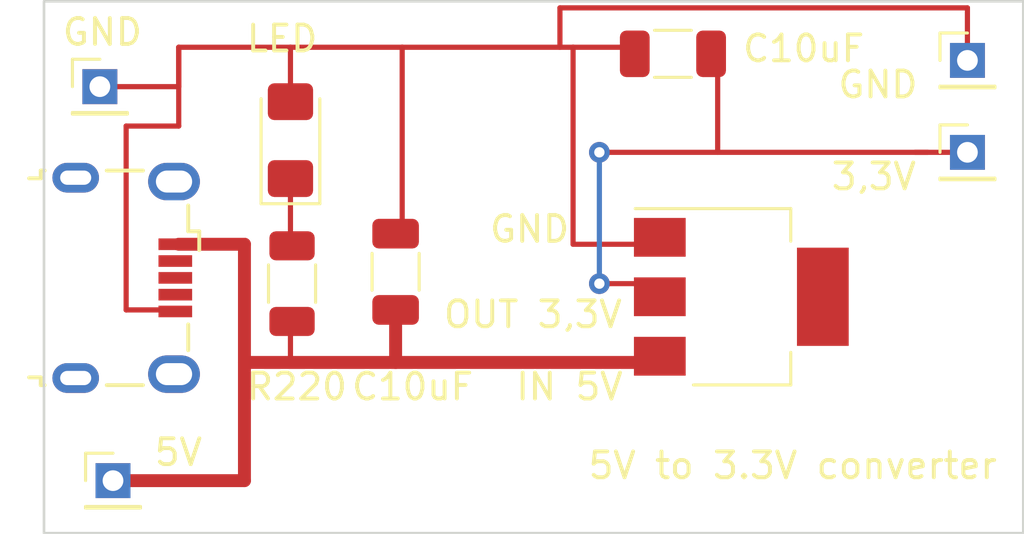
<source format=kicad_pcb>
(kicad_pcb (version 20221018) (generator pcbnew)
  (layers (0 "F.Cu" signal) (31 "B.Cu" signal) (34 "B.Paste" user) (35 "F.Paste" user) (36 "B.SilkS" user "B.Silkscreen") (37 "F.SilkS" user "F.Silkscreen") (38 "B.Mask" user) (39 "F.Mask" user) (44 "Edge.Cuts" user))
  (net 0 "")
  (net 1 "Net-(J2-VBUS)")
  (net 5 "Net-(J2-GND)")
  (net 7 "Net-(J6-Pin_1)")
  (net 8 "Net-(D1-K)")
  (net 9 "Net-(D1-A)")
  (footprint "Connector_USB:USB_Micro-B_Wuerth_629105150521" (layer "F.Cu") (at 148.336 60.736 -90)
    (fp_text reference "J2" hide)
    (fp_text value "USB_B_Micro" hide)
    (fp_line (start -4.15 -0.65) (end -4.15 0.75) (stroke (width 0.15)) (layer "F.SilkS"))
    (fp_line (start -4.15 3.15) (end -4.15 3.3) (stroke (width 0.15)) (layer "F.SilkS"))
    (fp_line (start -4.15 3.3) (end -3.85 3.3) (stroke (width 0.15)) (layer "F.SilkS"))
    (fp_line (start -3.85 3.3) (end -3.85 3.75) (stroke (width 0.15)) (layer "F.SilkS"))
    (fp_line (start -1.8 -2.825) (end -1.8 -2.4) (stroke (width 0.15)) (layer "F.SilkS"))
    (fp_line (start -1.8 -2.4) (end -2.8 -2.4) (stroke (width 0.15)) (layer "F.SilkS"))
    (fp_line (start -1.075 -2.825) (end -1.8 -2.825) (stroke (width 0.15)) (layer "F.SilkS"))
    (fp_line (start 1.8 -2.4) (end 2.8 -2.4) (stroke (width 0.15)) (layer "F.SilkS"))
    (fp_line (start 3.85 3.3) (end 4.15 3.3) (stroke (width 0.15)) (layer "F.SilkS"))
    (fp_line (start 3.85 3.75) (end 3.85 3.3) (stroke (width 0.15)) (layer "F.SilkS"))
    (fp_line (start 4.15 0.75) (end 4.15 -0.65) (stroke (width 0.15)) (layer "F.SilkS"))
    (fp_line (start 4.15 3.3) (end 4.15 3.15) (stroke (width 0.15)) (layer "F.SilkS"))
    (pad "" np_thru_hole oval (at -2.5 -0.8 270) (size 0.8 0.8) (drill 0.8) (layers "*.Cu" "*.Mask"))
    (pad "" np_thru_hole oval (at 2.5 -0.8 270) (size 0.8 0.8) (drill 0.8) (layers "*.Cu" "*.Mask"))
    (pad "1" smd rect (at -1.3 -1.9 270) (size 0.45 1.3) (layers "F.Cu" "F.Paste" "F.Mask") (net 1 "Net-(J2-VBUS)"))
    (pad "2" smd rect (at -0.65 -1.9 270) (size 0.45 1.3) (layers "F.Cu" "F.Paste" "F.Mask"))
    (pad "3" smd rect (at 0 -1.9 270) (size 0.45 1.3) (layers "F.Cu" "F.Paste" "F.Mask"))
    (pad "4" smd rect (at 0.65 -1.9 270) (size 0.45 1.3) (layers "F.Cu" "F.Paste" "F.Mask"))
    (pad "5" smd rect (at 1.3 -1.9 270) (size 0.45 1.3) (layers "F.Cu" "F.Paste" "F.Mask"))
    (pad "6" thru_hole oval (at -3.875 1.95 270) (size 1.15 1.8) (drill oval 0.55 1.2) (layers "*.Cu" "*.Mask"))
    (pad "6" thru_hole oval (at -3.725 -1.85 270) (size 1.45 2) (drill oval 0.85 1.4) (layers "*.Cu" "*.Mask"))
    (pad "6" thru_hole oval (at 3.725 -1.85 270) (size 1.45 2) (drill oval 0.85 1.4) (layers "*.Cu" "*.Mask"))
    (pad "6" thru_hole oval (at 3.875 1.95 270) (size 1.15 1.8) (drill oval 0.55 1.2) (layers "*.Cu" "*.Mask"))
  )
  (footprint "Package_TO_SOT_SMD:SOT-223-3_TabPin2" (layer "F.Cu") (at 172.11 61.468)
    (fp_text reference "U2" hide)
    (fp_text value "AP1117-33" hide)
    (fp_line (start -4.1 -3.41) (end 1.91 -3.41) (stroke (width 0.12)) (layer "F.SilkS"))
    (fp_line (start -1.85 3.41) (end 1.91 3.41) (stroke (width 0.12)) (layer "F.SilkS"))
    (fp_line (start 1.91 -3.41) (end 1.91 -2.15) (stroke (width 0.12)) (layer "F.SilkS"))
    (fp_line (start 1.91 3.41) (end 1.91 2.15) (stroke (width 0.12)) (layer "F.SilkS"))
    (pad "1" smd rect (at -3.15 -2.3) (size 2 1.5) (layers "F.Cu" "F.Paste" "F.Mask") (net 8 "Net-(D1-K)"))
    (pad "2" smd rect (at -3.15 0) (size 2 1.5) (layers "F.Cu" "F.Paste" "F.Mask") (net 7 "Net-(J6-Pin_1)"))
    (pad "2" smd rect (at 3.15 0) (size 2 3.8) (layers "F.Cu" "F.Paste" "F.Mask") (net 7 "Net-(J6-Pin_1)"))
    (pad "3" smd rect (at -3.15 2.3) (size 2 1.5) (layers "F.Cu" "F.Paste" "F.Mask") (net 1 "Net-(J2-VBUS)"))
  )
  (footprint "Connector_PinHeader_2.00mm:PinHeader_1x01_P2.00mm_Vertical" (layer "F.Cu") (at 180.848 52.324)
    (fp_text reference "J5" hide)
    (fp_text value "Conn_01x01_Pin" hide)
    (fp_line (start -1.06 -1.06) (end 0 -1.06) (stroke (width 0.12)) (layer "F.SilkS"))
    (fp_line (start -1.06 0) (end -1.06 -1.06) (stroke (width 0.12)) (layer "F.SilkS"))
    (fp_line (start -1.06 1) (end -1.06 1.06) (stroke (width 0.12)) (layer "F.SilkS"))
    (fp_line (start -1.06 1) (end 1.06 1) (stroke (width 0.12)) (layer "F.SilkS"))
    (fp_line (start -1.06 1.06) (end 1.06 1.06) (stroke (width 0.12)) (layer "F.SilkS"))
    (fp_line (start 1.06 1) (end 1.06 1.06) (stroke (width 0.12)) (layer "F.SilkS"))
    (pad "1" thru_hole rect (at 0 0) (size 1.35 1.35) (drill 0.8) (layers "*.Cu" "*.Mask"))
  )
  (footprint "Connector_PinHeader_2.00mm:PinHeader_1x01_P2.00mm_Vertical" (layer "F.Cu") (at 147.32 53.34)
    (fp_text reference "J3" hide)
    (fp_text value "Conn_01x01_Pin" hide)
    (fp_line (start -1.06 -1.06) (end 0 -1.06) (stroke (width 0.12)) (layer "F.SilkS"))
    (fp_line (start -1.06 0) (end -1.06 -1.06) (stroke (width 0.12)) (layer "F.SilkS"))
    (fp_line (start -1.06 1) (end -1.06 1.06) (stroke (width 0.12)) (layer "F.SilkS"))
    (fp_line (start -1.06 1) (end 1.06 1) (stroke (width 0.12)) (layer "F.SilkS"))
    (fp_line (start -1.06 1.06) (end 1.06 1.06) (stroke (width 0.12)) (layer "F.SilkS"))
    (fp_line (start 1.06 1) (end 1.06 1.06) (stroke (width 0.12)) (layer "F.SilkS"))
    (pad "1" thru_hole rect (at 0 0) (size 1.35 1.35) (drill 0.8) (layers "*.Cu" "*.Mask") (net 1 "Net-(J2-VBUS)"))
  )
  (footprint "LED_SMD:LED_1206_3216Metric_Pad1.42x1.75mm_HandSolder" (layer "F.Cu") (at 154.686 55.4085 90)
    (fp_text reference "D1" hide)
    (fp_text value "LED" hide)
    (fp_line (start -2.46 -1.135) (end -2.46 1.135) (stroke (width 0.12)) (layer "F.SilkS"))
    (fp_line (start -2.46 1.135) (end 1.6 1.135) (stroke (width 0.12)) (layer "F.SilkS"))
    (fp_line (start 1.6 -1.135) (end -2.46 -1.135) (stroke (width 0.12)) (layer "F.SilkS"))
    (pad "1" smd roundrect (at -1.4875 0 90) (size 1.425 1.75) (layers "F.Cu" "F.Paste" "F.Mask") (roundrect_rratio 0.1754392982) (net 8 "Net-(D1-K)"))
    (pad "2" smd roundrect (at 1.4875 0 90) (size 1.425 1.75) (layers "F.Cu" "F.Paste" "F.Mask") (roundrect_rratio 0.1754392982) (net 9 "Net-(D1-A)"))
  )
  (footprint "Capacitor_SMD:C_1206_3216Metric" (layer "F.Cu") (at 158.75 60.501 90)
    (fp_text reference "C2" hide)
    (fp_text value "C_Small" hide)
    (fp_line (start -0.711252 -0.91) (end 0.711252 -0.91) (stroke (width 0.12)) (layer "F.SilkS"))
    (fp_line (start -0.711252 0.91) (end 0.711252 0.91) (stroke (width 0.12)) (layer "F.SilkS"))
    (pad "1" smd roundrect (at -1.475 0 90) (size 1.15 1.8) (layers "F.Cu" "F.Paste" "F.Mask") (roundrect_rratio 0.2173913043) (net 7 "Net-(J6-Pin_1)"))
    (pad "2" smd roundrect (at 1.475 0 90) (size 1.15 1.8) (layers "F.Cu" "F.Paste" "F.Mask") (roundrect_rratio 0.2173913043) (net 8 "Net-(D1-K)"))
  )
  (footprint "Connector_PinHeader_2.00mm:PinHeader_1x01_P2.00mm_Vertical" (layer "F.Cu") (at 180.848 55.88)
    (fp_text reference "J5" hide)
    (fp_text value "Conn_01x01_Pin" hide)
    (fp_line (start -1.06 -1.06) (end 0 -1.06) (stroke (width 0.12)) (layer "F.SilkS"))
    (fp_line (start -1.06 0) (end -1.06 -1.06) (stroke (width 0.12)) (layer "F.SilkS"))
    (fp_line (start -1.06 1) (end -1.06 1.06) (stroke (width 0.12)) (layer "F.SilkS"))
    (fp_line (start -1.06 1) (end 1.06 1) (stroke (width 0.12)) (layer "F.SilkS"))
    (fp_line (start -1.06 1.06) (end 1.06 1.06) (stroke (width 0.12)) (layer "F.SilkS"))
    (fp_line (start 1.06 1) (end 1.06 1.06) (stroke (width 0.12)) (layer "F.SilkS"))
    (pad "1" thru_hole rect (at 0 0) (size 1.35 1.35) (drill 0.8) (layers "*.Cu" "*.Mask") (net 8 "Net-(D1-K)"))
  )
  (footprint "Connector_PinHeader_2.00mm:PinHeader_1x01_P2.00mm_Vertical" (layer "F.Cu") (at 147.828 68.58)
    (fp_text reference "J4" hide)
    (fp_text value "Conn_01x01_Pin" hide)
    (fp_line (start -1.06 -1.06) (end 0 -1.06) (stroke (width 0.12)) (layer "F.SilkS"))
    (fp_line (start -1.06 0) (end -1.06 -1.06) (stroke (width 0.12)) (layer "F.SilkS"))
    (fp_line (start -1.06 1) (end -1.06 1.06) (stroke (width 0.12)) (layer "F.SilkS"))
    (fp_line (start -1.06 1) (end 1.06 1) (stroke (width 0.12)) (layer "F.SilkS"))
    (fp_line (start -1.06 1.06) (end 1.06 1.06) (stroke (width 0.12)) (layer "F.SilkS"))
    (fp_line (start 1.06 1) (end 1.06 1.06) (stroke (width 0.12)) (layer "F.SilkS"))
    (pad "1" thru_hole rect (at 0 0) (size 1.35 1.35) (drill 0.8) (layers "*.Cu" "*.Mask") (net 5 "Net-(J2-GND)"))
  )
  (footprint "Resistor_SMD:R_1206_3216Metric" (layer "F.Cu") (at 154.7475 60.96 90)
    (fp_text reference "R1" hide)
    (fp_text value "R_Small" hide)
    (fp_line (start -0.727064 -0.91) (end 0.727064 -0.91) (stroke (width 0.12)) (layer "F.SilkS"))
    (fp_line (start -0.727064 0.91) (end 0.727064 0.91) (stroke (width 0.12)) (layer "F.SilkS"))
    (pad "1" smd roundrect (at -1.4625 0 90) (size 1.125 1.75) (layers "F.Cu" "F.Paste" "F.Mask") (roundrect_rratio 0.2222222222) (net 1 "Net-(J2-VBUS)"))
    (pad "2" smd roundrect (at 1.4625 0 90) (size 1.125 1.75) (layers "F.Cu" "F.Paste" "F.Mask") (roundrect_rratio 0.2222222222) (net 9 "Net-(D1-A)"))
  )
  (footprint "Capacitor_SMD:C_1206_3216Metric" (layer "F.Cu") (at 169.467 52.07 180)
    (fp_text reference "C1" hide)
    (fp_text value "C_Small" hide)
    (fp_line (start -0.711252 -0.91) (end 0.711252 -0.91) (stroke (width 0.12)) (layer "F.SilkS"))
    (fp_line (start -0.711252 0.91) (end 0.711252 0.91) (stroke (width 0.12)) (layer "F.SilkS"))
    (pad "1" smd roundrect (at -1.475 0 180) (size 1.15 1.8) (layers "F.Cu" "F.Paste" "F.Mask") (roundrect_rratio 0.2173913043) (net 1 "Net-(J2-VBUS)"))
    (pad "2" smd roundrect (at 1.475 0 180) (size 1.15 1.8) (layers "F.Cu" "F.Paste" "F.Mask") (roundrect_rratio 0.2173913043) (net 8 "Net-(D1-K)"))
  )
  (gr_line (start 150.368 59.436) (end 152.908 59.436) (stroke (width 0.5)) (layer "F.Cu"))
  (gr_line (start 152.908 59.436) (end 152.908 64.008) (stroke (width 0.5)) (layer "F.Cu"))
  (gr_line (start 171.196 55.88) (end 171.196 52.07) (stroke (width 0.2)) (layer "F.Cu"))
  (gr_line (start 150.368 51.816) (end 154.686 51.816) (stroke (width 0.2)) (layer "F.Cu"))
  (gr_line (start 166.624 60.96) (end 168.656 60.96) (stroke (width 0.2)) (layer "F.Cu"))
  (gr_line (start 147.828 68.58) (end 152.908 68.58) (stroke (width 0.5)) (layer "F.Cu"))
  (gr_line (start 165.608 51.816) (end 168.148 51.816) (stroke (width 0.2)) (layer "F.Cu"))
  (gr_line (start 180.848 55.88) (end 178.816 55.88) (stroke (width 0.2)) (layer "F.Cu"))
  (gr_line (start 152.908 68.58) (end 152.908 64.008) (stroke (width 0.5)) (layer "F.Cu"))
  (gr_line (start 180.848 50.292) (end 180.848 52.324) (stroke (width 0.2)) (layer "F.Cu"))
  (gr_line (start 152.908 64.008) (end 168.91 64.008) (stroke (width 0.5)) (layer "F.Cu"))
  (gr_line (start 165.608 59.436) (end 165.608 51.816) (stroke (width 0.2)) (layer "F.Cu"))
  (gr_line (start 154.686 59.436) (end 154.686 56.642) (stroke (width 0.2)) (layer "F.Cu"))
  (gr_line (start 158.75 61.976) (end 158.75 64.008) (stroke (width 0.5)) (layer "F.Cu"))
  (gr_line (start 159.004 51.816) (end 154.686 51.816) (stroke (width 0.2)) (layer "F.Cu"))
  (gr_line (start 165.1 50.292) (end 180.848 50.292) (stroke (width 0.2)) (layer "F.Cu"))
  (gr_line (start 148.336 61.976) (end 148.336 54.864) (stroke (width 0.2)) (layer "F.Cu"))
  (gr_line (start 165.608 51.816) (end 159.004 51.816) (stroke (width 0.2)) (layer "F.Cu"))
  (gr_line (start 154.686 62.484) (end 154.686 64.008) (stroke (width 0.2)) (layer "F.Cu"))
  (gr_line (start 150.368 61.976) (end 148.336 61.976) (stroke (width 0.2)) (layer "F.Cu"))
  (gr_line (start 168.656 59.436) (end 165.608 59.436) (stroke (width 0.2)) (layer "F.Cu"))
  (gr_line (start 159.004 58.928) (end 159.004 51.816) (stroke (width 0.2)) (layer "F.Cu"))
  (gr_line (start 152.908 66.294) (end 152.908 66.548) (stroke (width 0.2)) (layer "F.Cu"))
  (gr_line (start 150.368 53.34) (end 150.368 51.816) (stroke (width 0.2)) (layer "F.Cu"))
  (gr_line (start 165.1 51.816) (end 165.1 50.292) (stroke (width 0.2)) (layer "F.Cu"))
  (gr_line (start 150.368 54.864) (end 150.368 51.816) (stroke (width 0.2)) (layer "F.Cu"))
  (gr_line (start 148.336 54.864) (end 150.368 54.864) (stroke (width 0.2)) (layer "F.Cu"))
  (gr_line (start 154.686 51.816) (end 154.686 53.848) (stroke (width 0.2)) (layer "F.Cu"))
  (gr_line (start 147.32 53.34) (end 150.368 53.34) (stroke (width 0.2)) (layer "F.Cu"))
  (gr_line (start 166.624 55.88) (end 179.324 55.88) (stroke (width 0.2)) (layer "F.Cu"))
  (gr_line (start 166.624 60.96) (end 166.624 55.88) (stroke (width 0.2)) (layer "B.Cu"))
  (gr_rect (start 145.161 50.038) (end 183.007 70.612) (stroke (width 0.1)) (fill none) (layer "Edge.Cuts"))
  (gr_text "5V to 3.3V converter" (at 166.116 68.58) (layer "F.SilkS") (effects (font (size 1 1)) (justify left bottom)))
  (gr_text "IN 5V" (at 163.322 65.532) (layer "F.SilkS") (effects (font (size 1 1)) (justify left bottom)))
  (gr_text "C10uF" (at 172.085 52.451) (layer "F.SilkS") (effects (font (size 1 1)) (justify left bottom)))
  (gr_text "OUT 3,3V" (at 160.528 62.738) (layer "F.SilkS") (effects (font (size 1 1)) (justify left bottom)))
  (gr_text "C10uF" (at 156.972 65.532) (layer "F.SilkS") (effects (font (size 1 1)) (justify left bottom)))
  (gr_text "LED" (at 152.908 52.07) (layer "F.SilkS") (effects (font (size 1 1)) (justify left bottom)))
  (gr_text "5V" (at 149.352 68.072) (layer "F.SilkS") (effects (font (size 1 1)) (justify left bottom)))
  (gr_text "GND" (at 145.796 51.816) (layer "F.SilkS") (effects (font (size 1 1)) (justify left bottom)))
  (gr_text "3,3V" (at 175.514 57.404) (layer "F.SilkS") (effects (font (size 1 1)) (justify left bottom)))
  (gr_text "GND" (at 175.768 53.848) (layer "F.SilkS") (effects (font (size 1 1)) (justify left bottom)))
  (gr_text "GND" (at 162.306 59.436) (layer "F.SilkS") (effects (font (size 1 1)) (justify left bottom)))
  (gr_text "R220" (at 152.908 65.532) (layer "F.SilkS") (effects (font (size 1 1)) (justify left bottom)))
  (via (at 166.624 60.96) (size 0.8) (drill 0.4) (layers "F.Cu" "B.Cu") (net 0))
  (via (at 166.624 55.88) (size 0.8) (drill 0.4) (layers "F.Cu" "B.Cu") (net 0))
)
</source>
